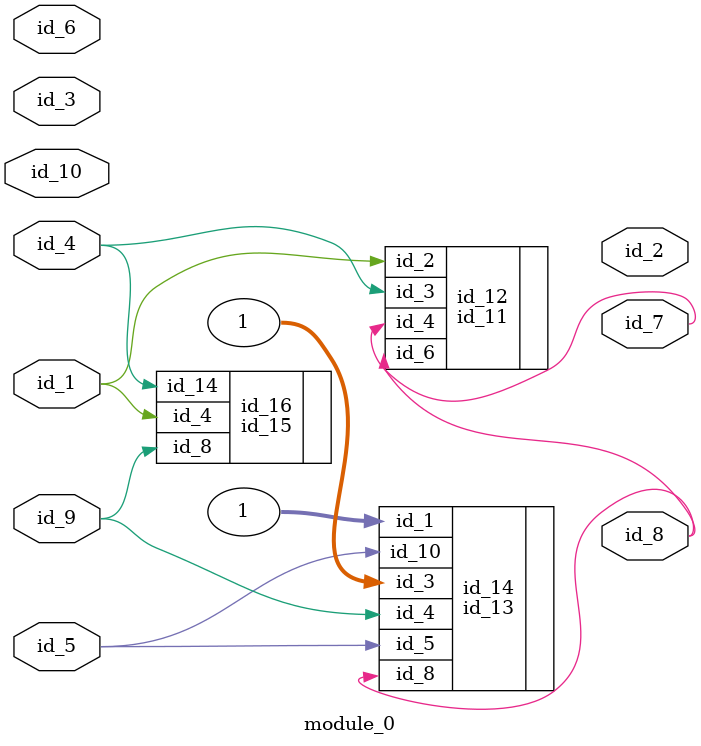
<source format=v>
module module_0 (
    id_1,
    id_2,
    id_3,
    id_4,
    id_5,
    id_6,
    id_7,
    id_8,
    id_9,
    id_10
);
  input id_10;
  input id_9;
  output id_8;
  output id_7;
  input id_6;
  input id_5;
  input id_4;
  input id_3;
  output id_2;
  input id_1;
  id_11 id_12 (
      .id_3(id_4),
      .id_6(id_8),
      .id_4(id_7),
      .id_2(id_1)
  );
  id_13 id_14 (
      .id_8 (id_8),
      .id_1 (1),
      .id_4 (id_9),
      .id_3 (1),
      .id_10(id_10),
      .id_10(id_5),
      .id_5 (id_5)
  );
  id_15 id_16 (
      .id_4 (id_1),
      .id_14(id_4),
      .id_8 (id_9)
  );
endmodule

</source>
